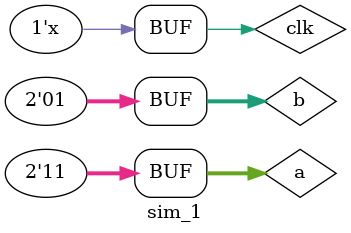
<source format=v>
`timescale 1ns / 1ps


module sim_1(

    );
    reg [1:0] a, b;
    wire [2:0] sum;
    reg clk = 1'b0;
    always #8
        clk = ~clk;
        initial
        begin
            a = 2'b01;
            b = 2'b10;
            #10 a = 2'b11;
            #10 b = 2'b01;
        end
        adder adder(a, b, clk, sum);
endmodule

</source>
